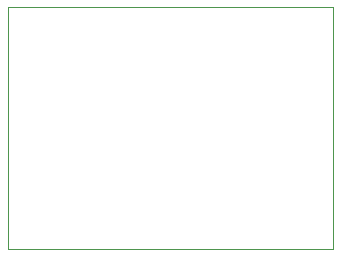
<source format=gbr>
%TF.GenerationSoftware,KiCad,Pcbnew,9.0.6-9.0.6~ubuntu24.04.1*%
%TF.CreationDate,2025-12-28T22:36:25+05:30*%
%TF.ProjectId,led,6c65642e-6b69-4636-9164-5f7063625858,rev?*%
%TF.SameCoordinates,PX87a9010PY4c4b400*%
%TF.FileFunction,Profile,NP*%
%FSLAX46Y46*%
G04 Gerber Fmt 4.6, Leading zero omitted, Abs format (unit mm)*
G04 Created by KiCad (PCBNEW 9.0.6-9.0.6~ubuntu24.04.1) date 2025-12-28 22:36:25*
%MOMM*%
%LPD*%
G01*
G04 APERTURE LIST*
%TA.AperFunction,Profile*%
%ADD10C,0.050000*%
%TD*%
G04 APERTURE END LIST*
D10*
X-27500000Y20500000D02*
X0Y20500000D01*
X0Y0D01*
X-27500000Y0D01*
X-27500000Y20500000D01*
M02*

</source>
